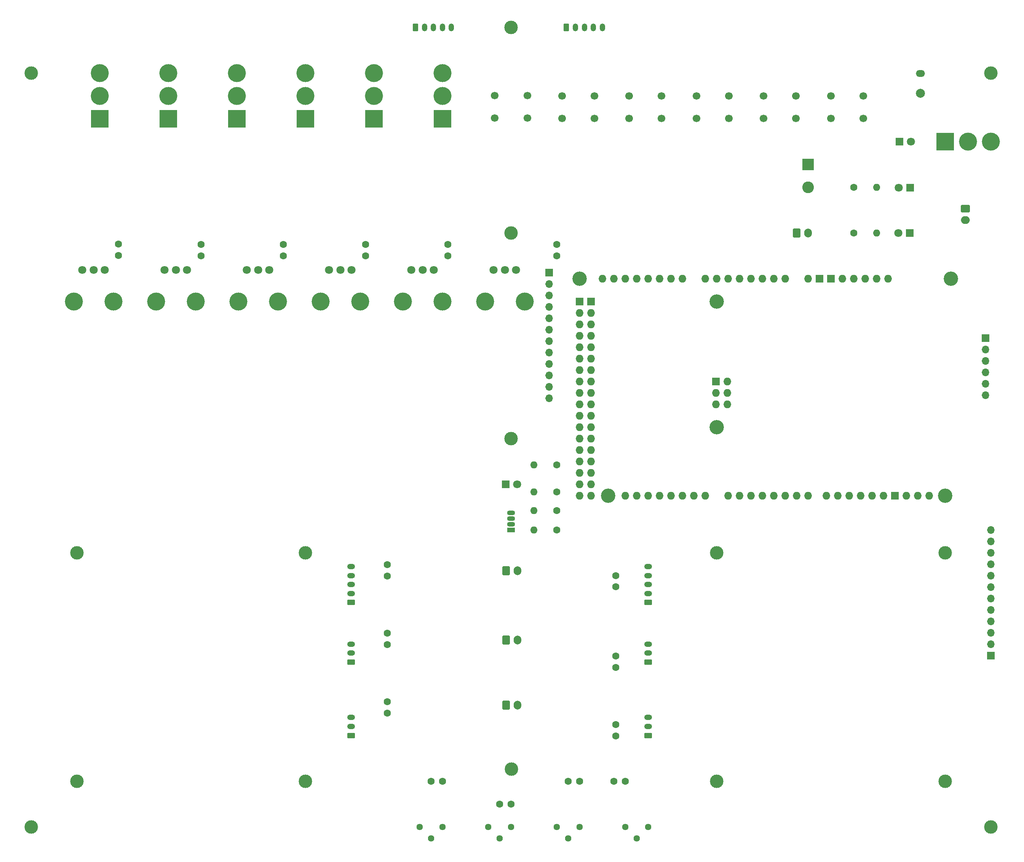
<source format=gbr>
%TF.GenerationSoftware,KiCad,Pcbnew,(7.0.0-0)*%
%TF.CreationDate,2024-03-29T02:07:55+01:00*%
%TF.ProjectId,universalRobotTx,756e6976-6572-4736-916c-526f626f7454,rev?*%
%TF.SameCoordinates,Original*%
%TF.FileFunction,Soldermask,Bot*%
%TF.FilePolarity,Negative*%
%FSLAX46Y46*%
G04 Gerber Fmt 4.6, Leading zero omitted, Abs format (unit mm)*
G04 Created by KiCad (PCBNEW (7.0.0-0)) date 2024-03-29 02:07:55*
%MOMM*%
%LPD*%
G01*
G04 APERTURE LIST*
G04 Aperture macros list*
%AMRoundRect*
0 Rectangle with rounded corners*
0 $1 Rounding radius*
0 $2 $3 $4 $5 $6 $7 $8 $9 X,Y pos of 4 corners*
0 Add a 4 corners polygon primitive as box body*
4,1,4,$2,$3,$4,$5,$6,$7,$8,$9,$2,$3,0*
0 Add four circle primitives for the rounded corners*
1,1,$1+$1,$2,$3*
1,1,$1+$1,$4,$5*
1,1,$1+$1,$6,$7*
1,1,$1+$1,$8,$9*
0 Add four rect primitives between the rounded corners*
20,1,$1+$1,$2,$3,$4,$5,0*
20,1,$1+$1,$4,$5,$6,$7,0*
20,1,$1+$1,$6,$7,$8,$9,0*
20,1,$1+$1,$8,$9,$2,$3,0*%
G04 Aperture macros list end*
%ADD10R,1.700000X1.700000*%
%ADD11O,1.700000X1.700000*%
%ADD12O,1.727200X1.727200*%
%ADD13R,1.727200X1.727200*%
%ADD14C,3.200000*%
%ADD15R,4.000000X4.000000*%
%ADD16C,4.000000*%
%ADD17RoundRect,0.250000X-0.600000X-0.750000X0.600000X-0.750000X0.600000X0.750000X-0.600000X0.750000X0*%
%ADD18O,1.700000X2.000000*%
%ADD19RoundRect,0.250000X-0.750000X0.600000X-0.750000X-0.600000X0.750000X-0.600000X0.750000X0.600000X0*%
%ADD20O,2.000000X1.700000*%
%ADD21C,1.600000*%
%ADD22O,1.600000X1.600000*%
%ADD23R,2.600000X2.600000*%
%ADD24C,2.600000*%
%ADD25C,3.000000*%
%ADD26C,1.440000*%
%ADD27C,1.800000*%
%ADD28C,1.700000*%
%ADD29R,1.800000X1.800000*%
%ADD30R,1.800000X1.070000*%
%ADD31O,1.800000X1.070000*%
%ADD32O,1.750000X1.200000*%
%ADD33RoundRect,0.250000X0.625000X-0.350000X0.625000X0.350000X-0.625000X0.350000X-0.625000X-0.350000X0*%
%ADD34C,2.000000*%
%ADD35O,2.000000X1.500000*%
%ADD36O,1.200000X1.750000*%
%ADD37RoundRect,0.250000X-0.350000X-0.625000X0.350000X-0.625000X0.350000X0.625000X-0.350000X0.625000X0*%
G04 APERTURE END LIST*
D10*
%TO.C,J13*%
X-20319999Y-134619999D03*
D11*
X-20319999Y-132079999D03*
X-20319999Y-129539999D03*
X-20319999Y-126999999D03*
X-20319999Y-124459999D03*
X-20319999Y-121919999D03*
X-20319999Y-119379999D03*
X-20319999Y-116839999D03*
X-20319999Y-114299999D03*
X-20319999Y-111759999D03*
X-20319999Y-109219999D03*
X-20319999Y-106679999D03*
%TD*%
D10*
%TO.C,J15*%
X-118540514Y-49471853D03*
D11*
X-118540514Y-52011853D03*
X-118540514Y-54551853D03*
X-118540514Y-57091853D03*
X-118540514Y-59631853D03*
X-118540514Y-62171853D03*
X-118540514Y-64711853D03*
X-118540514Y-67251853D03*
X-118540514Y-69791853D03*
X-118540514Y-72331853D03*
X-118540514Y-74871853D03*
X-118540514Y-77411853D03*
%TD*%
D10*
%TO.C,J14*%
X-21492353Y-64080078D03*
D11*
X-21492353Y-66620078D03*
X-21492353Y-69160078D03*
X-21492353Y-71700078D03*
X-21492353Y-74240078D03*
X-21492353Y-76780078D03*
%TD*%
D12*
%TO.C,A1*%
X-60959999Y-50799999D03*
X-36575999Y-99059999D03*
X-34035999Y-99059999D03*
X-78866999Y-76199999D03*
X-78866999Y-73659999D03*
X-48259999Y-50799999D03*
X-81406999Y-76199999D03*
X-78866999Y-78739999D03*
X-45719999Y-50799999D03*
D13*
X-111759999Y-55879999D03*
X-109219999Y-55879999D03*
X-81406999Y-73659999D03*
X-58419999Y-50799999D03*
X-55879999Y-50799999D03*
X-41655999Y-99059999D03*
D12*
X-111759999Y-58419999D03*
X-109219999Y-58419999D03*
X-111759999Y-60959999D03*
X-109219999Y-60959999D03*
X-111759999Y-63499999D03*
X-109219999Y-63499999D03*
X-111759999Y-66039999D03*
X-109219999Y-66039999D03*
X-111759999Y-68579999D03*
X-109219999Y-68579999D03*
X-111759999Y-71119999D03*
X-109219999Y-71119999D03*
X-111759999Y-73659999D03*
X-109219999Y-73659999D03*
X-111759999Y-76199999D03*
X-109219999Y-76199999D03*
X-111759999Y-78739999D03*
X-109219999Y-78739999D03*
X-111759999Y-81279999D03*
X-109219999Y-81279999D03*
X-111759999Y-83819999D03*
X-109219999Y-83819999D03*
X-111759999Y-86359999D03*
X-109219999Y-86359999D03*
X-111759999Y-88899999D03*
X-109219999Y-88899999D03*
X-111759999Y-91439999D03*
X-109219999Y-91439999D03*
X-111759999Y-93979999D03*
X-109219999Y-93979999D03*
X-111759999Y-96519999D03*
X-109219999Y-96519999D03*
X-101599999Y-99059999D03*
X-99059999Y-99059999D03*
X-96519999Y-99059999D03*
X-93979999Y-99059999D03*
X-91439999Y-99059999D03*
X-88899999Y-99059999D03*
X-86359999Y-99059999D03*
X-83819999Y-99059999D03*
X-44195999Y-99059999D03*
X-46735999Y-99059999D03*
X-49275999Y-99059999D03*
X-51815999Y-99059999D03*
X-54355999Y-99059999D03*
X-56895999Y-99059999D03*
X-60959999Y-99059999D03*
X-63499999Y-99059999D03*
X-66039999Y-99059999D03*
X-68579999Y-99059999D03*
X-71119999Y-99059999D03*
X-73659999Y-99059999D03*
X-76199999Y-99059999D03*
X-78739999Y-99059999D03*
X-39115999Y-99059999D03*
X-106679999Y-50799999D03*
X-104139999Y-50799999D03*
X-101599999Y-50799999D03*
X-99059999Y-50799999D03*
X-96519999Y-50799999D03*
X-93979999Y-50799999D03*
X-91439999Y-50799999D03*
X-88899999Y-50799999D03*
X-83819999Y-50799999D03*
X-81279999Y-50799999D03*
X-78739999Y-50799999D03*
X-76199999Y-50799999D03*
X-73659999Y-50799999D03*
X-71119999Y-50799999D03*
X-68579999Y-50799999D03*
X-66039999Y-50799999D03*
X-111759999Y-99059999D03*
X-109219999Y-99059999D03*
X-81406999Y-78739999D03*
X-53339999Y-50799999D03*
X-50799999Y-50799999D03*
D14*
X-111760000Y-50800000D03*
X-105410000Y-99060000D03*
X-81280000Y-55880000D03*
X-81280000Y-83820000D03*
D12*
X-43179999Y-50799999D03*
D14*
X-30480000Y-99060000D03*
X-29210000Y-50800000D03*
%TD*%
D15*
%TO.C,SW17*%
X-172719999Y-15239999D03*
D16*
X-172720000Y-10160000D03*
X-172720000Y-5080000D03*
%TD*%
%TO.C,SW16*%
X-142240000Y-5080000D03*
X-142240000Y-10160000D03*
D15*
X-142239999Y-15239999D03*
%TD*%
%TO.C,SW15*%
X-157479999Y-15239999D03*
D16*
X-157480000Y-10160000D03*
X-157480000Y-5080000D03*
%TD*%
D15*
%TO.C,SW14*%
X-203199999Y-15239999D03*
D16*
X-203200000Y-10160000D03*
X-203200000Y-5080000D03*
%TD*%
D15*
%TO.C,SW13*%
X-187959999Y-15239999D03*
D16*
X-187960000Y-10160000D03*
X-187960000Y-5080000D03*
%TD*%
D15*
%TO.C,SW1*%
X-218439999Y-15239999D03*
D16*
X-218440000Y-10160000D03*
X-218440000Y-5080000D03*
%TD*%
D17*
%TO.C,SW5*%
X-128080429Y-145661307D03*
D18*
X-125580428Y-145661306D03*
%TD*%
D17*
%TO.C,SW4*%
X-128080429Y-131199771D03*
D18*
X-125580428Y-131199770D03*
%TD*%
D17*
%TO.C,SW3*%
X-128080429Y-115761307D03*
D18*
X-125580428Y-115761306D03*
%TD*%
D19*
%TO.C,SW6*%
X-25999730Y-35277234D03*
D20*
X-25999729Y-37777233D03*
%TD*%
D21*
%TO.C,R6*%
X-116840000Y-92249283D03*
D22*
X-121919999Y-92249282D03*
%TD*%
D21*
%TO.C,R5*%
X-50800000Y-40640000D03*
D22*
X-45719999Y-40639999D03*
%TD*%
%TO.C,R4*%
X-121918787Y-98260331D03*
D21*
X-116838788Y-98260332D03*
%TD*%
%TO.C,R3*%
X-116840000Y-102409283D03*
D22*
X-121919999Y-102409282D03*
%TD*%
%TO.C,R2*%
X-121919999Y-106679999D03*
D21*
X-116840000Y-106680000D03*
%TD*%
%TO.C,R1*%
X-50800000Y-30480000D03*
D22*
X-45719999Y-30479999D03*
%TD*%
D23*
%TO.C,J3*%
X-60959999Y-25399999D03*
D24*
X-60960000Y-30480000D03*
%TD*%
D25*
%TO.C,H16*%
X-127000000Y5080000D03*
%TD*%
%TO.C,H15*%
X-20320000Y-5080000D03*
%TD*%
%TO.C,H3*%
X-127000000Y-40640000D03*
%TD*%
%TO.C,H2*%
X-126853531Y-159885931D03*
%TD*%
%TO.C,H1*%
X-127000000Y-86360000D03*
%TD*%
D26*
%TO.C,RV13*%
X-127000000Y-172720000D03*
X-129540000Y-175260000D03*
X-132080000Y-172720000D03*
%TD*%
%TO.C,RV12*%
X-111760000Y-172720000D03*
X-114300000Y-175260000D03*
X-116840000Y-172720000D03*
%TD*%
%TO.C,RV11*%
X-96520000Y-172720000D03*
X-99060000Y-175260000D03*
X-101600000Y-172720000D03*
%TD*%
%TO.C,RV7*%
X-142240000Y-172720000D03*
X-144780000Y-175260000D03*
X-147320000Y-172720000D03*
%TD*%
D16*
%TO.C,RV6*%
X-123952000Y-55880000D03*
X-132752000Y-55880000D03*
D27*
X-130852000Y-48880000D03*
X-128352000Y-48880000D03*
X-125852000Y-48880000D03*
%TD*%
D16*
%TO.C,RV5*%
X-142240000Y-55880000D03*
X-151040000Y-55880000D03*
D27*
X-149140000Y-48880000D03*
X-146640000Y-48880000D03*
X-144140000Y-48880000D03*
%TD*%
D16*
%TO.C,RV4*%
X-160528000Y-55880000D03*
X-169328000Y-55880000D03*
D27*
X-167428000Y-48880000D03*
X-164928000Y-48880000D03*
X-162428000Y-48880000D03*
%TD*%
D16*
%TO.C,RV3*%
X-178816000Y-55880000D03*
X-187616000Y-55880000D03*
D27*
X-185716000Y-48880000D03*
X-183216000Y-48880000D03*
X-180716000Y-48880000D03*
%TD*%
D16*
%TO.C,RV2*%
X-197104000Y-55880000D03*
X-205904000Y-55880000D03*
D27*
X-204004000Y-48880000D03*
X-201504000Y-48880000D03*
X-199004000Y-48880000D03*
%TD*%
%TO.C,RV1*%
X-217292000Y-48880000D03*
X-219792000Y-48880000D03*
X-222292000Y-48880000D03*
D16*
X-224192000Y-55880000D03*
X-215392000Y-55880000D03*
%TD*%
D28*
%TO.C,SW2*%
X-48680000Y-15160000D03*
X-55880000Y-15160000D03*
X-48680000Y-10160000D03*
X-55880000Y-10160000D03*
%TD*%
D27*
%TO.C,D3*%
X-40818345Y-30571326D03*
D29*
X-38278344Y-30571325D03*
%TD*%
D25*
%TO.C,H14*%
X-30480000Y-111760000D03*
%TD*%
D30*
%TO.C,D2*%
X-126999999Y-106679999D03*
D31*
X-126999999Y-105409999D03*
X-126999999Y-104139999D03*
X-126999999Y-102869999D03*
%TD*%
D28*
%TO.C,SW11*%
X-123379332Y-15123047D03*
X-130579332Y-15123047D03*
X-123379332Y-10123047D03*
X-130579332Y-10123047D03*
%TD*%
D21*
%TO.C,C3*%
X-103703118Y-116840000D03*
X-103703118Y-119340000D03*
%TD*%
D25*
%TO.C,H12*%
X-20320000Y-172720000D03*
%TD*%
%TO.C,H8*%
X-81280000Y-162560000D03*
%TD*%
D29*
%TO.C,D4*%
X-38308868Y-40639999D03*
D27*
X-40848869Y-40640000D03*
%TD*%
D25*
%TO.C,H13*%
X-172720000Y-162560000D03*
%TD*%
D28*
%TO.C,SW8*%
X-85759734Y-10160000D03*
X-78559734Y-10160000D03*
X-85759734Y-15160000D03*
X-78559734Y-15160000D03*
%TD*%
D32*
%TO.C,J7*%
X-96519999Y-148399999D03*
X-96519999Y-150399999D03*
D33*
X-96520000Y-152400000D03*
%TD*%
D25*
%TO.C,H10*%
X-172720000Y-111760000D03*
%TD*%
D33*
%TO.C,J2*%
X-96520000Y-122840000D03*
D32*
X-96519999Y-120839999D03*
X-96519999Y-118839999D03*
X-96519999Y-116839999D03*
X-96519999Y-114839999D03*
%TD*%
D33*
%TO.C,J9*%
X-162560000Y-136080000D03*
D32*
X-162559999Y-134079999D03*
X-162559999Y-132079999D03*
%TD*%
D28*
%TO.C,SW10*%
X-108439466Y-15160000D03*
X-115639466Y-15160000D03*
X-108439466Y-10160000D03*
X-115639466Y-10160000D03*
%TD*%
D17*
%TO.C,J11*%
X-63460000Y-40640000D03*
D18*
X-60959999Y-40639999D03*
%TD*%
D27*
%TO.C,D5*%
X-38100000Y-20320000D03*
D29*
X-40639999Y-20319999D03*
%TD*%
D34*
%TO.C,J12*%
X-35980000Y-9580000D03*
D35*
X-35979999Y-5179999D03*
%TD*%
D25*
%TO.C,H7*%
X-223520000Y-162560000D03*
%TD*%
D21*
%TO.C,C17*%
X-101600000Y-162560000D03*
X-104100000Y-162560000D03*
%TD*%
%TO.C,C2*%
X-103703118Y-134781657D03*
X-103703118Y-137281657D03*
%TD*%
%TO.C,C12*%
X-116840000Y-45720000D03*
X-116840000Y-43220000D03*
%TD*%
D33*
%TO.C,J1*%
X-162560000Y-122840000D03*
D32*
X-162559999Y-120839999D03*
X-162559999Y-118839999D03*
X-162559999Y-116839999D03*
X-162559999Y-114839999D03*
%TD*%
D28*
%TO.C,SW9*%
X-63619868Y-15160000D03*
X-70819868Y-15160000D03*
X-63619868Y-10160000D03*
X-70819868Y-10160000D03*
%TD*%
D21*
%TO.C,C5*%
X-154503118Y-129701657D03*
X-154503118Y-132201657D03*
%TD*%
%TO.C,C8*%
X-195936020Y-45720000D03*
X-195936020Y-43220000D03*
%TD*%
%TO.C,C18*%
X-114260000Y-162560000D03*
X-111760000Y-162560000D03*
%TD*%
%TO.C,C7*%
X-214234683Y-45649417D03*
X-214234683Y-43149417D03*
%TD*%
%TO.C,C19*%
X-129500000Y-167640000D03*
X-127000000Y-167640000D03*
%TD*%
D25*
%TO.C,H9*%
X-233680000Y-172720000D03*
%TD*%
D16*
%TO.C,SW7*%
X-20320000Y-20320000D03*
X-25400000Y-20320000D03*
D15*
X-30479999Y-20319999D03*
%TD*%
D21*
%TO.C,C13*%
X-142240000Y-162560000D03*
X-144740000Y-162560000D03*
%TD*%
%TO.C,C4*%
X-154503118Y-144941657D03*
X-154503118Y-147441657D03*
%TD*%
%TO.C,C6*%
X-154503118Y-116961657D03*
X-154503118Y-114461657D03*
%TD*%
D33*
%TO.C,J8*%
X-162560000Y-152400000D03*
D32*
X-162559999Y-150399999D03*
X-162559999Y-148399999D03*
%TD*%
D36*
%TO.C,J4*%
X-140239999Y5079999D03*
X-142239999Y5079999D03*
X-144239999Y5079999D03*
X-146239999Y5079999D03*
D37*
X-148240000Y5080000D03*
%TD*%
D25*
%TO.C,H5*%
X-81280000Y-111760000D03*
%TD*%
D29*
%TO.C,D1*%
X-128194297Y-96519999D03*
D27*
X-125654298Y-96520000D03*
%TD*%
D21*
%TO.C,C11*%
X-141040028Y-43235024D03*
X-141040028Y-45735024D03*
%TD*%
%TO.C,C1*%
X-103703118Y-150021657D03*
X-103703118Y-152521657D03*
%TD*%
D37*
%TO.C,J5*%
X-114680000Y5080000D03*
D36*
X-112679999Y5079999D03*
X-110679999Y5079999D03*
X-108679999Y5079999D03*
X-106679999Y5079999D03*
%TD*%
D25*
%TO.C,H11*%
X-30480000Y-162560000D03*
%TD*%
%TO.C,H6*%
X-233680000Y-5080000D03*
%TD*%
D28*
%TO.C,SW12*%
X-93499600Y-15160000D03*
X-100699600Y-15160000D03*
X-93499600Y-10160000D03*
X-100699600Y-10160000D03*
%TD*%
D25*
%TO.C,H4*%
X-223520000Y-111760000D03*
%TD*%
D21*
%TO.C,C10*%
X-159338694Y-45720000D03*
X-159338694Y-43220000D03*
%TD*%
D33*
%TO.C,J6*%
X-96520000Y-136080000D03*
D32*
X-96519999Y-134079999D03*
X-96519999Y-132079999D03*
%TD*%
D21*
%TO.C,C9*%
X-177637357Y-45720000D03*
X-177637357Y-43220000D03*
%TD*%
M02*

</source>
